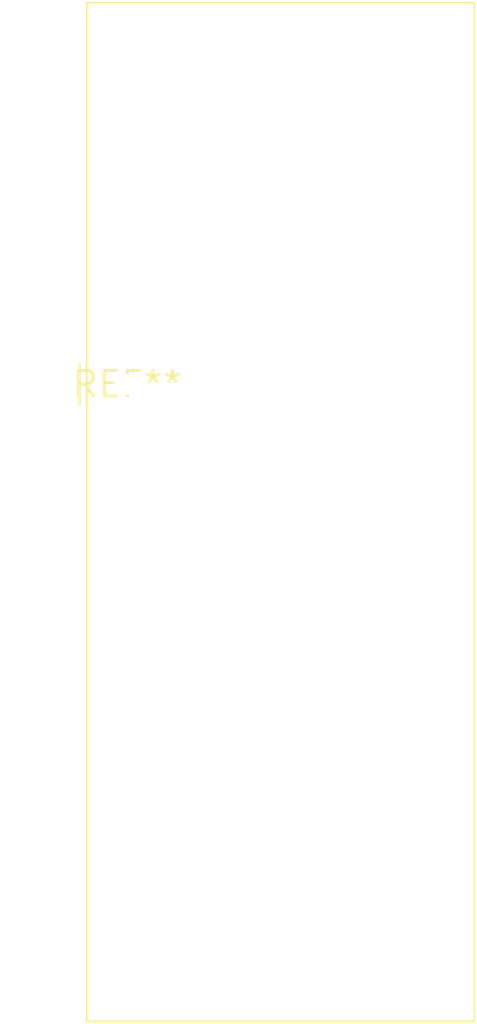
<source format=kicad_pcb>
(kicad_pcb (version 20240108) (generator pcbnew)
  (layers (0 "F.Cu" signal) (31 "B.Cu" signal) (34 "B.Paste" user) (35 "F.Paste" user) (36 "B.SilkS" user "B.Silkscreen") (37 "F.SilkS" user "F.Silkscreen") (38 "B.Mask" user) (39 "F.Mask" user) (44 "Edge.Cuts" user))
  (net 0 "")
  (footprint "CA56-12EWA" (layer "F.Cu") (at 0 0)
    (property "Reference" "REF**")
    (property "Value" "CA56-12EWA")
    (fp_line (start -2.38 -1) (end -2.38 1) (layer "F.SilkS") (stroke (width 0.12)))
    (fp_line (start -2 -18.92) (end -2 31.62) (layer "F.SilkS") (stroke (width 0.12)))
    (fp_line (start -2 -18.92) (end 17.24 -18.92) (layer "F.SilkS") (stroke (width 0.12)))
    (fp_line (start -2 31.62) (end 17.24 31.62) (layer "F.SilkS") (stroke (width 0.12)))
    (fp_line (start 17.24 31.62) (end 17.24 -18.92) (layer "F.SilkS") (stroke (width 0.12)))
    (pad "1" thru_hole rect (at 0 0) (size 1.5 1.5) (drill 1) (layers *.Cu *.Mask) (remove_unused_layers))
    (pad "2" thru_hole circle (at 0 2.54) (size 1.5 1.5) (drill 1) (layers *.Cu *.Mask) (remove_unused_layers))
    (pad "3" thru_hole circle (at 0 5.08) (size 1.5 1.5) (drill 1) (layers *.Cu *.Mask) (remove_unused_layers))
    (pad "4" thru_hole circle (at 0 7.62) (size 1.5 1.5) (drill 1) (layers *.Cu *.Mask) (remove_unused_layers))
    (pad "5" thru_hole circle (at 0 10.16) (size 1.5 1.5) (drill 1) (layers *.Cu *.Mask) (remove_unused_layers))
    (pad "6" thru_hole circle (at 0 12.7) (size 1.5 1.5) (drill 1) (layers *.Cu *.Mask) (remove_unused_layers))
    (pad "7" thru_hole circle (at 15.24 12.7) (size 1.5 1.5) (drill 1) (layers *.Cu *.Mask) (remove_unused_layers))
    (pad "8" thru_hole circle (at 15.24 10.16) (size 1.5 1.5) (drill 1) (layers *.Cu *.Mask) (remove_unused_layers))
    (pad "9" thru_hole circle (at 15.24 7.62) (size 1.5 1.5) (drill 1) (layers *.Cu *.Mask) (remove_unused_layers))
    (pad "10" thru_hole circle (at 15.24 5.08) (size 1.5 1.5) (drill 1) (layers *.Cu *.Mask) (remove_unused_layers))
    (pad "11" thru_hole circle (at 15.24 2.54) (size 1.5 1.5) (drill 1) (layers *.Cu *.Mask) (remove_unused_layers))
    (pad "12" thru_hole circle (at 15.24 0) (size 1.5 1.5) (drill 1) (layers *.Cu *.Mask) (remove_unused_layers))
  )
)
</source>
